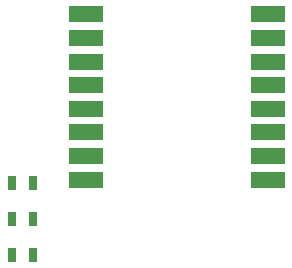
<source format=gbr>
G04 EAGLE Gerber RS-274X export*
G75*
%MOMM*%
%FSLAX34Y34*%
%LPD*%
%INSolderpaste Top*%
%IPPOS*%
%AMOC8*
5,1,8,0,0,1.08239X$1,22.5*%
G01*
%ADD10R,0.800000X1.200000*%
%ADD11R,3.000000X1.400000*%


D10*
X50690Y625856D03*
X68690Y625856D03*
D11*
X113500Y768500D03*
X113500Y748500D03*
X113500Y728500D03*
X113500Y708500D03*
X113500Y688500D03*
X113500Y668500D03*
X113500Y648500D03*
X113500Y628500D03*
X267500Y628500D03*
X267500Y648500D03*
X267500Y668500D03*
X267500Y688500D03*
X267500Y708500D03*
X267500Y728500D03*
X267500Y748500D03*
X267500Y768500D03*
D10*
X50690Y595630D03*
X68690Y595630D03*
X50690Y565150D03*
X68690Y565150D03*
M02*

</source>
